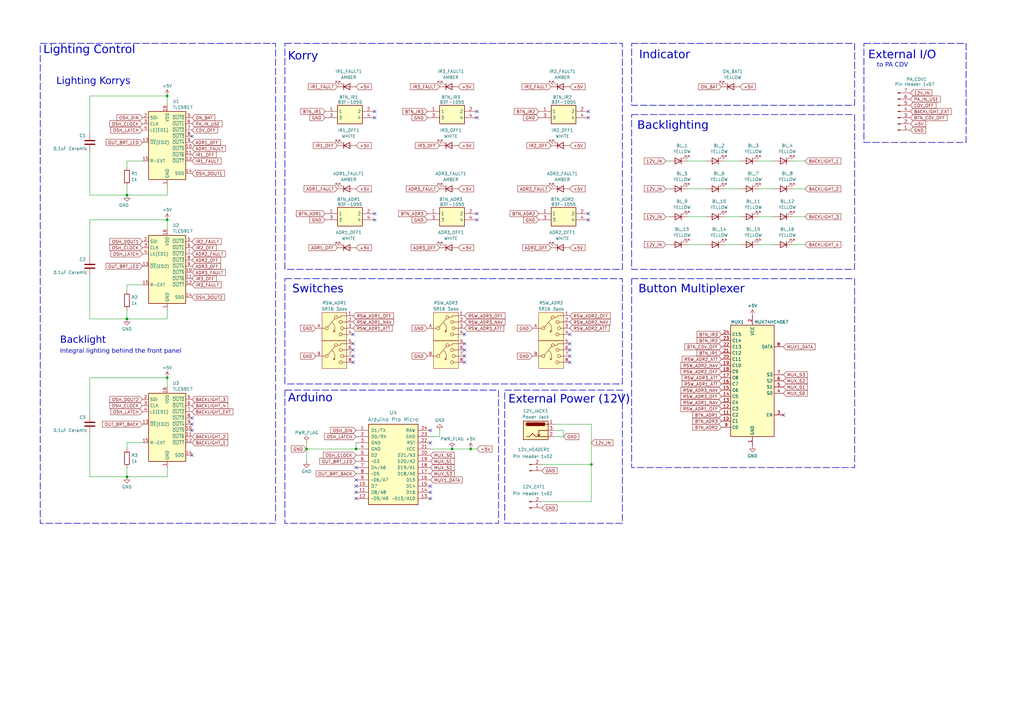
<source format=kicad_sch>
(kicad_sch (version 20231120) (generator "eeschema") (generator_version "8.0")
  (paper "A3")
  (title_block (title "ADIRS Panel") (date "2024-12-08") (rev "V1.1") (company "S.K.") (comment 1 "Connector to PA_CDV Panel (Cockpit door video)"))
  (junction (at 68.58 154.94))
  (junction (at 185.42 184.15))
  (junction (at 146.05 184.15))
  (junction (at 125.73 184.15))
  (junction (at 52.07 130.81))
  (junction (at 68.58 90.17))
  (junction (at 68.58 39.37))
  (junction (at 52.07 195.58))
  (junction (at 242.57 190.5))
  (junction (at 193.04 184.15))
  (junction (at 52.07 80.01))
  (no_connect (at 233.68 140.97))
  (no_connect (at 176.53 181.61))
  (no_connect (at 153.67 48.26))
  (no_connect (at 78.74 171.45))
  (no_connect (at 144.78 146.05))
  (no_connect (at 195.58 90.17))
  (no_connect (at 190.5 140.97))
  (no_connect (at 233.68 143.51))
  (no_connect (at 78.74 176.53))
  (no_connect (at 153.67 45.72))
  (no_connect (at 241.3 90.17))
  (no_connect (at 78.74 186.69))
  (no_connect (at 195.58 87.63))
  (no_connect (at 241.3 87.63))
  (no_connect (at 78.74 173.99))
  (no_connect (at 321.31 170.18))
  (no_connect (at 176.53 176.53))
  (no_connect (at 176.53 201.93))
  (no_connect (at 153.67 90.17))
  (no_connect (at 176.53 204.47))
  (no_connect (at 233.68 137.16))
  (no_connect (at 146.05 196.85))
  (no_connect (at 153.67 87.63))
  (no_connect (at 146.05 191.77))
  (no_connect (at 144.78 137.16))
  (no_connect (at 233.68 146.05))
  (no_connect (at 146.05 201.93))
  (no_connect (at 146.05 199.39))
  (no_connect (at 190.5 146.05))
  (no_connect (at 78.74 55.88))
  (no_connect (at 190.5 137.16))
  (no_connect (at 241.3 48.26))
  (no_connect (at 241.3 45.72))
  (no_connect (at 144.78 148.59))
  (no_connect (at 144.78 143.51))
  (no_connect (at 195.58 45.72))
  (no_connect (at 190.5 148.59))
  (no_connect (at 190.5 143.51))
  (no_connect (at 195.58 48.26))
  (no_connect (at 144.78 140.97))
  (no_connect (at 176.53 199.39))
  (no_connect (at 146.05 204.47))
  (no_connect (at 233.68 148.59))
  (wire (pts (xy 52.07 127) (xy 52.07 130.81)))
  (wire (pts (xy 242.57 173.99) (xy 242.57 190.5)))
  (wire (pts (xy 281.94 77.47) (xy 289.56 77.47)))
  (wire (pts (xy 297.18 66.04) (xy 303.53 66.04)))
  (wire (pts (xy 325.12 100.33) (xy 330.2 100.33)))
  (wire (pts (xy 52.07 80.01) (xy 68.58 80.01)))
  (wire (pts (xy 52.07 116.84) (xy 52.07 119.38)))
  (wire (pts (xy 36.83 80.01) (xy 52.07 80.01)))
  (wire (pts (xy 36.83 113.03) (xy 36.83 130.81)))
  (wire (pts (xy 274.32 100.33) (xy 273.05 100.33)))
  (wire (pts (xy 36.83 154.94) (xy 68.58 154.94)))
  (wire (pts (xy 68.58 90.17) (xy 68.58 93.98)))
  (wire (pts (xy 36.83 195.58) (xy 52.07 195.58)))
  (wire (pts (xy 227.33 173.99) (xy 242.57 173.99)))
  (wire (pts (xy 36.83 130.81) (xy 52.07 130.81)))
  (wire (pts (xy 68.58 80.01) (xy 68.58 76.2)))
  (wire (pts (xy 52.07 76.2) (xy 52.07 80.01)))
  (wire (pts (xy 36.83 39.37) (xy 36.83 54.61)))
  (wire (pts (xy 227.33 179.07) (xy 231.14 179.07)))
  (wire (pts (xy 125.73 184.15) (xy 146.05 184.15)))
  (wire (pts (xy 180.34 179.07) (xy 180.34 176.53)))
  (wire (pts (xy 125.73 181.61) (xy 125.73 184.15)))
  (wire (pts (xy 325.12 66.04) (xy 330.2 66.04)))
  (wire (pts (xy 222.25 190.5) (xy 242.57 190.5)))
  (wire (pts (xy 273.05 66.04) (xy 274.32 66.04)))
  (wire (pts (xy 58.42 66.04) (xy 52.07 66.04)))
  (wire (pts (xy 52.07 191.77) (xy 52.07 195.58)))
  (wire (pts (xy 231.14 176.53) (xy 231.14 179.07)))
  (wire (pts (xy 281.94 66.04) (xy 289.56 66.04)))
  (wire (pts (xy 281.94 100.33) (xy 289.56 100.33)))
  (wire (pts (xy 311.15 77.47) (xy 317.5 77.47)))
  (wire (pts (xy 311.15 66.04) (xy 317.5 66.04)))
  (wire (pts (xy 68.58 130.81) (xy 68.58 127)))
  (wire (pts (xy 58.42 116.84) (xy 52.07 116.84)))
  (wire (pts (xy 176.53 179.07) (xy 180.34 179.07)))
  (wire (pts (xy 297.18 100.33) (xy 303.53 100.33)))
  (wire (pts (xy 36.83 62.23) (xy 36.83 80.01)))
  (wire (pts (xy 125.73 189.23) (xy 125.73 184.15)))
  (wire (pts (xy 274.32 77.47) (xy 273.05 77.47)))
  (wire (pts (xy 325.12 77.47) (xy 330.2 77.47)))
  (wire (pts (xy 52.07 181.61) (xy 52.07 184.15)))
  (wire (pts (xy 297.18 77.47) (xy 303.53 77.47)))
  (wire (pts (xy 176.53 184.15) (xy 185.42 184.15)))
  (wire (pts (xy 68.58 39.37) (xy 68.58 43.18)))
  (wire (pts (xy 311.15 100.33) (xy 317.5 100.33)))
  (wire (pts (xy 227.33 176.53) (xy 231.14 176.53)))
  (wire (pts (xy 242.57 205.74) (xy 242.57 190.5)))
  (wire (pts (xy 52.07 66.04) (xy 52.07 68.58)))
  (wire (pts (xy 36.83 154.94) (xy 36.83 170.18)))
  (wire (pts (xy 297.18 88.9) (xy 303.53 88.9)))
  (wire (pts (xy 36.83 177.8) (xy 36.83 195.58)))
  (wire (pts (xy 185.42 184.15) (xy 193.04 184.15)))
  (wire (pts (xy 193.04 184.15) (xy 195.58 184.15)))
  (wire (pts (xy 36.83 39.37) (xy 68.58 39.37)))
  (wire (pts (xy 311.15 88.9) (xy 317.5 88.9)))
  (wire (pts (xy 52.07 130.81) (xy 68.58 130.81)))
  (wire (pts (xy 68.58 154.94) (xy 68.58 158.75)))
  (wire (pts (xy 36.83 90.17) (xy 36.83 105.41)))
  (wire (pts (xy 222.25 205.74) (xy 242.57 205.74)))
  (wire (pts (xy 146.05 181.61) (xy 146.05 184.15)))
  (wire (pts (xy 325.12 88.9) (xy 330.2 88.9)))
  (wire (pts (xy 68.58 195.58) (xy 68.58 191.77)))
  (wire (pts (xy 36.83 90.17) (xy 68.58 90.17)))
  (wire (pts (xy 274.32 88.9) (xy 273.05 88.9)))
  (wire (pts (xy 281.94 88.9) (xy 289.56 88.9)))
  (wire (pts (xy 58.42 181.61) (xy 52.07 181.61)))
  (wire (pts (xy 52.07 195.58) (xy 68.58 195.58)))
  (rectangle (start 259.08 46.99) (end 350.52 110.49) (stroke (width 0.254) (type dash)))
  (rectangle (start 354.33 17.78) (end 396.24 58.42) (stroke (width 0.254) (type dash)))
  (rectangle (start 207.01 160.02) (end 255.27 214.63) (stroke (width 0.254) (type dash)))
  (rectangle (start 16.51 17.78) (end 113.03 214.63) (stroke (width 0.254) (type dash)))
  (rectangle (start 116.84 114.3) (end 255.27 157.48) (stroke (width 0.254) (type dash)))
  (rectangle (start 259.08 114.3) (end 350.52 191.77) (stroke (width 0.254) (type dash)))
  (rectangle (start 259.08 17.78) (end 350.52 43.18) (stroke (width 0.254) (type dash)))
  (rectangle (start 116.8399 17.78) (end 255.27 110.49) (stroke (width 0.254) (type dash)))
  (rectangle (start 116.84 160.02) (end 204.47 214.63) (stroke (width 0.254) (type dash)))
  (text "Backlighting" (at 261.366 50.546 0) (effects (font (size 3.3782 3.3782)) (justify left top)))
  (text "External I/O" (at 356.108 21.59 0) (effects (font (size 3.3782 3.3782)) (justify left top)))
  (text "Arduino" (at 118.11 162.306 0) (effects (font (size 3.3782 3.3782)) (justify left top)))
  (text "Switches" (at 119.888 117.602 0) (effects (font (size 3.3782 3.3782)) (justify left top)))
  (text "Indicator" (at 262.128 21.59 0) (effects (font (size 3.3782 3.3782)) (justify left top)))
  (text "Korry" (at 118.11 22.098 0) (effects (font (size 3.3782 3.3782)) (justify left top)))
  (text "Button Multiplexer" (at 261.874 117.602 0) (effects (font (size 3.3782 3.3782)) (justify left top)))
  (text "to PA CDV" (at 359.664 26.162 0) (effects (font (size 1.8288 1.8288)) (justify left top)))
  (text "External Power (12V)" (at 208.534 162.814 0) (effects (font (size 3.3782 3.3782)) (justify left top)))
  (text "Lighting Korrys" (at 23.114 32.512 0) (effects (font (size 2.8956 2.8956)) (justify left top)))
  (text "Lighting Control" (at 17.78 19.4818 0) (effects (font (size 3.3782 3.3782)) (justify left top)))
  (text "Integral lighting behind the front panel" (at 24.638 143.5608 0) (effects (font (size 1.8288 1.8288)) (justify left top)))
  (text "Backlight" (at 24.638 138.684 0) (effects (font (size 2.8956 2.8956)) (justify left top)))
  (global_label "BTN_IR3" (shape input) (at 175.26 45.72 180) (property "Intersheetrefs" "${INTERSHEET_REFS}" (effects (hide yes))))
  (global_label "OSH_LATCH" (shape input) (at 146.05 179.07 180) (property "Intersheetrefs" "${INTERSHEET_REFS}" (effects (hide yes))))
  (global_label "+5V" (shape input) (at 146.05 77.47 0) (property "Intersheetrefs" "${INTERSHEET_REFS}" (effects (hide yes))))
  (global_label "ADR2_FAULT" (shape input) (at 226.06 77.47 180) (property "Intersheetrefs" "${INTERSHEET_REFS}" (effects (hide yes))))
  (global_label "PA_IN_USE" (shape input) (at 78.74 50.8 0) (property "Intersheetrefs" "${INTERSHEET_REFS}" (effects (hide yes))))
  (global_label "OSH_DOUT1" (shape input) (at 78.74 71.12 0) (property "Intersheetrefs" "${INTERSHEET_REFS}" (effects (hide yes))))
  (global_label "RSW_ADR1_NAV" (shape input) (at 295.91 165.1 180) (property "Intersheetrefs" "${INTERSHEET_REFS}" (effects (hide yes))))
  (global_label "GND" (shape input) (at 133.35 48.26 180) (property "Intersheetrefs" "${INTERSHEET_REFS}" (effects (hide yes))))
  (global_label "RSW_ADR3_NAV" (shape input) (at 190.5 132.08 0) (property "Intersheetrefs" "${INTERSHEET_REFS}" (effects (hide yes))))
  (global_label "MUX1_DATA" (shape input) (at 321.31 142.24 0) (property "Intersheetrefs" "${INTERSHEET_REFS}" (effects (hide yes))))
  (global_label "GND" (shape input) (at 125.73 184.15 180) (property "Intersheetrefs" "${INTERSHEET_REFS}" (effects (hide yes))))
  (global_label "RSW_ADR2_ATT" (shape input) (at 233.68 134.62 0) (property "Intersheetrefs" "${INTERSHEET_REFS}" (effects (hide yes))))
  (global_label "+5V" (shape input) (at 146.05 101.6 0) (property "Intersheetrefs" "${INTERSHEET_REFS}" (effects (hide yes))))
  (global_label "ADR2_FAULT" (shape input) (at 78.74 104.14 0) (property "Intersheetrefs" "${INTERSHEET_REFS}" (effects (hide yes))))
  (global_label "RSW_ADR2_NAV" (shape input) (at 233.68 132.08 0) (property "Intersheetrefs" "${INTERSHEET_REFS}" (effects (hide yes))))
  (global_label "+5V" (shape input) (at 146.05 59.69 0) (property "Intersheetrefs" "${INTERSHEET_REFS}" (effects (hide yes))))
  (global_label "IR1_OFF" (shape input) (at 78.74 63.5 0) (property "Intersheetrefs" "${INTERSHEET_REFS}" (effects (hide yes))))
  (global_label "OUT_BRT_LED" (shape input) (at 146.05 189.23 180) (property "Intersheetrefs" "${INTERSHEET_REFS}" (effects (hide yes))))
  (global_label "+5V" (shape input) (at 233.68 59.69 0) (property "Intersheetrefs" "${INTERSHEET_REFS}" (effects (hide yes))))
  (global_label "12V_IN" (shape input) (at 373.38 38.1 0) (property "Intersheetrefs" "${INTERSHEET_REFS}" (effects (hide yes))))
  (global_label "IR3_OFF" (shape input) (at 180.34 59.69 180) (property "Intersheetrefs" "${INTERSHEET_REFS}" (effects (hide yes))))
  (global_label "MUX_S3" (shape input) (at 176.53 194.31 0) (property "Intersheetrefs" "${INTERSHEET_REFS}" (effects (hide yes))))
  (global_label "RSW_ADR2_OFF" (shape input) (at 233.68 129.54 0) (property "Intersheetrefs" "${INTERSHEET_REFS}" (effects (hide yes))))
  (global_label "GND" (shape input) (at 175.26 134.62 180) (property "Intersheetrefs" "${INTERSHEET_REFS}" (effects (hide yes))))
  (global_label "OUT_BRT_BACK" (shape input) (at 146.05 194.31 180) (property "Intersheetrefs" "${INTERSHEET_REFS}" (effects (hide yes))))
  (global_label "BACKLIGHT_3" (shape input) (at 330.2 88.9 0) (property "Intersheetrefs" "${INTERSHEET_REFS}" (effects (hide yes))))
  (global_label "+5V" (shape input) (at 187.96 59.69 0) (property "Intersheetrefs" "${INTERSHEET_REFS}" (effects (hide yes))))
  (global_label "GND" (shape input) (at 222.25 193.04 0) (property "Intersheetrefs" "${INTERSHEET_REFS}" (effects (hide yes))))
  (global_label "BACKLIGHT_1" (shape input) (at 330.2 66.04 0) (property "Intersheetrefs" "${INTERSHEET_REFS}" (effects (hide yes))))
  (global_label "+5V" (shape input) (at 373.38 50.8 0) (property "Intersheetrefs" "${INTERSHEET_REFS}" (effects (hide yes))))
  (global_label "ADR3_FAULT" (shape input) (at 78.74 111.76 0) (property "Intersheetrefs" "${INTERSHEET_REFS}" (effects (hide yes))))
  (global_label "GND" (shape input) (at 373.38 53.34 0) (property "Intersheetrefs" "${INTERSHEET_REFS}" (effects (hide yes))))
  (global_label "+5V" (shape input) (at 187.96 77.47 0) (property "Intersheetrefs" "${INTERSHEET_REFS}" (effects (hide yes))))
  (global_label "IR2_OFF" (shape input) (at 78.74 101.6 0) (property "Intersheetrefs" "${INTERSHEET_REFS}" (effects (hide yes))))
  (global_label "RSW_ADR2_OFF" (shape input) (at 295.91 152.4 180) (property "Intersheetrefs" "${INTERSHEET_REFS}" (effects (hide yes))))
  (global_label "GND" (shape input) (at 175.26 146.05 180) (property "Intersheetrefs" "${INTERSHEET_REFS}" (effects (hide yes))))
  (global_label "IR2_FAULT" (shape input) (at 226.06 35.56 180) (property "Intersheetrefs" "${INTERSHEET_REFS}" (effects (hide yes))))
  (global_label "BTN_CDV_OFF" (shape input) (at 373.38 48.26 0) (property "Intersheetrefs" "${INTERSHEET_REFS}" (effects (hide yes))))
  (global_label "+5V" (shape input) (at 146.05 35.56 0) (property "Intersheetrefs" "${INTERSHEET_REFS}" (effects (hide yes))))
  (global_label "BTN_ADR2" (shape input) (at 295.91 175.26 180) (property "Intersheetrefs" "${INTERSHEET_REFS}" (effects (hide yes))))
  (global_label "12V_IN" (shape input) (at 242.57 181.61 0) (property "Intersheetrefs" "${INTERSHEET_REFS}" (effects (hide yes))))
  (global_label "BACKLIGHT_3" (shape input) (at 78.74 163.83 0) (property "Intersheetrefs" "${INTERSHEET_REFS}" (effects (hide yes))))
  (global_label "GND" (shape input) (at 220.98 90.17 180) (property "Intersheetrefs" "${INTERSHEET_REFS}" (effects (hide yes))))
  (global_label "GND" (shape input) (at 175.26 48.26 180) (property "Intersheetrefs" "${INTERSHEET_REFS}" (effects (hide yes))))
  (global_label "12V_IN" (shape input) (at 273.05 66.04 180) (property "Intersheetrefs" "${INTERSHEET_REFS}" (effects (hide yes))))
  (global_label "OSH_LATCH" (shape input) (at 58.42 168.91 180) (property "Intersheetrefs" "${INTERSHEET_REFS}" (effects (hide yes))))
  (global_label "MUX_S2" (shape input) (at 321.31 156.21 0) (property "Intersheetrefs" "${INTERSHEET_REFS}" (effects (hide yes))))
  (global_label "CDV_OFF" (shape input) (at 78.74 53.34 0) (property "Intersheetrefs" "${INTERSHEET_REFS}" (effects (hide yes))))
  (global_label "BTN_ADR3" (shape input) (at 295.91 172.72 180) (property "Intersheetrefs" "${INTERSHEET_REFS}" (effects (hide yes))))
  (global_label "OSH_LATCH" (shape input) (at 58.42 53.34 180) (property "Intersheetrefs" "${INTERSHEET_REFS}" (effects (hide yes))))
  (global_label "BTN_ADR3" (shape input) (at 175.26 87.63 180) (property "Intersheetrefs" "${INTERSHEET_REFS}" (effects (hide yes))))
  (global_label "ON_BAT" (shape input) (at 295.91 35.56 180) (property "Intersheetrefs" "${INTERSHEET_REFS}" (effects (hide yes))))
  (global_label "IR1_FAULT" (shape input) (at 78.74 66.04 0) (property "Intersheetrefs" "${INTERSHEET_REFS}" (effects (hide yes))))
  (global_label "RSW_ADR1_OFF" (shape input) (at 295.91 167.64 180) (property "Intersheetrefs" "${INTERSHEET_REFS}" (effects (hide yes))))
  (global_label "BTN_ADR1" (shape input) (at 295.91 170.18 180) (property "Intersheetrefs" "${INTERSHEET_REFS}" (effects (hide yes))))
  (global_label "IR3_OFF" (shape input) (at 78.74 114.3 0) (property "Intersheetrefs" "${INTERSHEET_REFS}" (effects (hide yes))))
  (global_label "PA_IN_USE" (shape input) (at 373.38 40.64 0) (property "Intersheetrefs" "${INTERSHEET_REFS}" (effects (hide yes))))
  (global_label "ON_BAT" (shape input) (at 78.74 48.26 0) (property "Intersheetrefs" "${INTERSHEET_REFS}" (effects (hide yes))))
  (global_label "12V_IN" (shape input) (at 273.05 88.9 180) (property "Intersheetrefs" "${INTERSHEET_REFS}" (effects (hide yes))))
  (global_label "GND" (shape input) (at 222.25 208.28 0) (property "Intersheetrefs" "${INTERSHEET_REFS}" (effects (hide yes))))
  (global_label "GND" (shape input) (at 218.44 134.62 180) (property "Intersheetrefs" "${INTERSHEET_REFS}" (effects (hide yes))))
  (global_label "OSH_DOUT2" (shape input) (at 58.42 163.83 180) (property "Intersheetrefs" "${INTERSHEET_REFS}" (effects (hide yes))))
  (global_label "+5V" (shape input) (at 233.68 35.56 0) (property "Intersheetrefs" "${INTERSHEET_REFS}" (effects (hide yes))))
  (global_label "+5V" (shape input) (at 195.58 184.15 0) (property "Intersheetrefs" "${INTERSHEET_REFS}" (effects (hide yes))))
  (global_label "ADR3_OFF" (shape input) (at 78.74 109.22 0) (property "Intersheetrefs" "${INTERSHEET_REFS}" (effects (hide yes))))
  (global_label "BACKLIGHT_EXT" (shape input) (at 78.74 168.91 0) (property "Intersheetrefs" "${INTERSHEET_REFS}" (effects (hide yes))))
  (global_label "OUT_BRT_BACK" (shape input) (at 58.42 173.99 180) (property "Intersheetrefs" "${INTERSHEET_REFS}" (effects (hide yes))))
  (global_label "OSH_CLOCK" (shape input) (at 58.42 101.6 180) (property "Intersheetrefs" "${INTERSHEET_REFS}" (effects (hide yes))))
  (global_label "BACKLIGHT_4" (shape input) (at 78.74 166.37 0) (property "Intersheetrefs" "${INTERSHEET_REFS}" (effects (hide yes))))
  (global_label "ADR2_OFF" (shape input) (at 226.06 101.6 180) (property "Intersheetrefs" "${INTERSHEET_REFS}" (effects (hide yes))))
  (global_label "MUX_S3" (shape input) (at 321.31 153.67 0) (property "Intersheetrefs" "${INTERSHEET_REFS}" (effects (hide yes))))
  (global_label "12V_IN" (shape input) (at 273.05 77.47 180) (property "Intersheetrefs" "${INTERSHEET_REFS}" (effects (hide yes))))
  (global_label "ADR1_OFF" (shape input) (at 78.74 58.42 0) (property "Intersheetrefs" "${INTERSHEET_REFS}" (effects (hide yes))))
  (global_label "BTN_IR2" (shape input) (at 295.91 139.7 180) (property "Intersheetrefs" "${INTERSHEET_REFS}" (effects (hide yes))))
  (global_label "MUX_S2" (shape input) (at 176.53 191.77 0) (property "Intersheetrefs" "${INTERSHEET_REFS}" (effects (hide yes))))
  (global_label "IR2_OFF" (shape input) (at 226.06 59.69 180) (property "Intersheetrefs" "${INTERSHEET_REFS}" (effects (hide yes))))
  (global_label "GND" (shape input) (at 220.98 48.26 180) (property "Intersheetrefs" "${INTERSHEET_REFS}" (effects (hide yes))))
  (global_label "ADR1_FAULT" (shape input) (at 78.74 60.96 0) (property "Intersheetrefs" "${INTERSHEET_REFS}" (effects (hide yes))))
  (global_label "RSW_ADR1_ATT" (shape input) (at 144.78 134.62 0) (property "Intersheetrefs" "${INTERSHEET_REFS}" (effects (hide yes))))
  (global_label "RSW_ADR3_OFF" (shape input) (at 295.91 162.56 180) (property "Intersheetrefs" "${INTERSHEET_REFS}" (effects (hide yes))))
  (global_label "GND" (shape input) (at 133.35 90.17 180) (property "Intersheetrefs" "${INTERSHEET_REFS}" (effects (hide yes))))
  (global_label "OSH_DIN" (shape input) (at 58.42 48.26 180) (property "Intersheetrefs" "${INTERSHEET_REFS}" (effects (hide yes))))
  (global_label "12V_IN" (shape input) (at 273.05 100.33 180) (property "Intersheetrefs" "${INTERSHEET_REFS}" (effects (hide yes))))
  (global_label "IR1_OFF" (shape input) (at 138.43 59.69 180) (property "Intersheetrefs" "${INTERSHEET_REFS}" (effects (hide yes))))
  (global_label "OSH_CLOCK" (shape input) (at 146.05 186.69 180) (property "Intersheetrefs" "${INTERSHEET_REFS}" (effects (hide yes))))
  (global_label "BACKLIGHT_2" (shape input) (at 78.74 179.07 0) (property "Intersheetrefs" "${INTERSHEET_REFS}" (effects (hide yes))))
  (global_label "ADR2_OFF" (shape input) (at 78.74 106.68 0) (property "Intersheetrefs" "${INTERSHEET_REFS}" (effects (hide yes))))
  (global_label "RSW_ADR3_NAV" (shape input) (at 295.91 160.02 180) (property "Intersheetrefs" "${INTERSHEET_REFS}" (effects (hide yes))))
  (global_label "GND" (shape input) (at 218.44 146.05 180) (property "Intersheetrefs" "${INTERSHEET_REFS}" (effects (hide yes))))
  (global_label "IR1_FAULT" (shape input) (at 138.43 35.56 180) (property "Intersheetrefs" "${INTERSHEET_REFS}" (effects (hide yes))))
  (global_label "MUX_S0" (shape input) (at 321.31 161.29 0) (property "Intersheetrefs" "${INTERSHEET_REFS}" (effects (hide yes))))
  (global_label "GND" (shape input) (at 129.54 146.05 180) (property "Intersheetrefs" "${INTERSHEET_REFS}" (effects (hide yes))))
  (global_label "ADR1_OFF" (shape input) (at 138.43 101.6 180) (property "Intersheetrefs" "${INTERSHEET_REFS}" (effects (hide yes))))
  (global_label "CDV_OFF" (shape input) (at 373.38 43.18 0) (property "Intersheetrefs" "${INTERSHEET_REFS}" (effects (hide yes))))
  (global_label "OSH_DOUT1" (shape input) (at 58.42 99.06 180) (property "Intersheetrefs" "${INTERSHEET_REFS}" (effects (hide yes))))
  (global_label "RSW_ADR3_OFF" (shape input) (at 190.5 129.54 0) (property "Intersheetrefs" "${INTERSHEET_REFS}" (effects (hide yes))))
  (global_label "BACKLIGHT_EXT" (shape input) (at 373.38 45.72 0) (property "Intersheetrefs" "${INTERSHEET_REFS}" (effects (hide yes))))
  (global_label "IR3_FAULT" (shape input) (at 180.34 35.56 180) (property "Intersheetrefs" "${INTERSHEET_REFS}" (effects (hide yes))))
  (global_label "BTN_IR1" (shape input) (at 295.91 144.78 180) (property "Intersheetrefs" "${INTERSHEET_REFS}" (effects (hide yes))))
  (global_label "MUX_S1" (shape input) (at 321.31 158.75 0) (property "Intersheetrefs" "${INTERSHEET_REFS}" (effects (hide yes))))
  (global_label "OSH_DOUT2" (shape input) (at 78.74 121.92 0) (property "Intersheetrefs" "${INTERSHEET_REFS}" (effects (hide yes))))
  (global_label "RSW_ADR3_ATT" (shape input) (at 295.91 154.94 180) (property "Intersheetrefs" "${INTERSHEET_REFS}" (effects (hide yes))))
  (global_label "ADR3_OFF" (shape input) (at 180.34 101.6 180) (property "Intersheetrefs" "${INTERSHEET_REFS}" (effects (hide yes))))
  (global_label "BTN_CDV_OFF" (shape input) (at 295.91 142.24 180) (property "Intersheetrefs" "${INTERSHEET_REFS}" (effects (hide yes))))
  (global_label "BTN_IR2" (shape input) (at 220.98 45.72 180) (property "Intersheetrefs" "${INTERSHEET_REFS}" (effects (hide yes))))
  (global_label "OSH_CLOCK" (shape input) (at 58.42 166.37 180) (property "Intersheetrefs" "${INTERSHEET_REFS}" (effects (hide yes))))
  (global_label "RSW_ADR1_ATT" (shape input) (at 295.91 157.48 180) (property "Intersheetrefs" "${INTERSHEET_REFS}" (effects (hide yes))))
  (global_label "BTN_IR3" (shape input) (at 295.91 137.16 180) (property "Intersheetrefs" "${INTERSHEET_REFS}" (effects (hide yes))))
  (global_label "IR2_FAULT" (shape input) (at 78.74 99.06 0) (property "Intersheetrefs" "${INTERSHEET_REFS}" (effects (hide yes))))
  (global_label "RSW_ADR1_NAV" (shape input) (at 144.78 132.08 0) (property "Intersheetrefs" "${INTERSHEET_REFS}" (effects (hide yes))))
  (global_label "+5V" (shape input) (at 233.68 101.6 0) (property "Intersheetrefs" "${INTERSHEET_REFS}" (effects (hide yes))))
  (global_label "OUT_BRT_LED" (shape input) (at 58.42 58.42 180) (property "Intersheetrefs" "${INTERSHEET_REFS}" (effects (hide yes))))
  (global_label "+5V" (shape input) (at 303.53 35.56 0) (property "Intersheetrefs" "${INTERSHEET_REFS}" (effects (hide yes))))
  (global_label "RSW_ADR1_OFF" (shape input) (at 144.78 129.54 0) (property "Intersheetrefs" "${INTERSHEET_REFS}" (effects (hide yes))))
  (global_label "GND" (shape input) (at 231.14 179.07 0) (property "Intersheetrefs" "${INTERSHEET_REFS}" (effects (hide yes))))
  (global_label "OUT_BRT_LED" (shape input) (at 58.42 109.22 180) (property "Intersheetrefs" "${INTERSHEET_REFS}" (effects (hide yes))))
  (global_label "MUX_S0" (shape input) (at 176.53 186.69 0) (property "Intersheetrefs" "${INTERSHEET_REFS}" (effects (hide yes))))
  (global_label "ADR1_FAULT" (shape input) (at 138.43 77.47 180) (property "Intersheetrefs" "${INTERSHEET_REFS}" (effects (hide yes))))
  (global_label "BTN_ADR2" (shape input) (at 220.98 87.63 180) (property "Intersheetrefs" "${INTERSHEET_REFS}" (effects (hide yes))))
  (global_label "OSH_CLOCK" (shape input) (at 58.42 50.8 180) (property "Intersheetrefs" "${INTERSHEET_REFS}" (effects (hide yes))))
  (global_label "RSW_ADR2_NAV" (shape input) (at 295.91 149.86 180) (property "Intersheetrefs" "${INTERSHEET_REFS}" (effects (hide yes))))
  (global_label "RSW_ADR2_ATT" (shape input) (at 295.91 147.32 180) (property "Intersheetrefs" "${INTERSHEET_REFS}" (effects (hide yes))))
  (global_label "ADR3_FAULT" (shape input) (at 180.34 77.47 180) (property "Intersheetrefs" "${INTERSHEET_REFS}" (effects (hide yes))))
  (global_label "BTN_ADR1" (shape input) (at 133.35 87.63 180) (property "Intersheetrefs" "${INTERSHEET_REFS}" (effects (hide yes))))
  (global_label "MUX1_DATA" (shape input) (at 176.53 196.85 0) (property "Intersheetrefs" "${INTERSHEET_REFS}" (effects (hide yes))))
  (global_label "RSW_ADR3_ATT" (shape input) (at 190.5 134.62 0) (property "Intersheetrefs" "${INTERSHEET_REFS}" (effects (hide yes))))
  (global_label "+5V" (shape input) (at 187.96 35.56 0) (property "Intersheetrefs" "${INTERSHEET_REFS}" (effects (hide yes))))
  (global_label "IR3_FAULT" (shape input) (at 78.74 116.84 0) (property "Intersheetrefs" "${INTERSHEET_REFS}" (effects (hide yes))))
  (global_label "BACKLIGHT_1" (shape input) (at 78.74 181.61 0) (property "Intersheetrefs" "${INTERSHEET_REFS}" (effects (hide yes))))
  (global_label "BACKLIGHT_4" (shape input) (at 330.2 100.33 0) (property "Intersheetrefs" "${INTERSHEET_REFS}" (effects (hide yes))))
  (global_label "OSH_LATCH" (shape input) (at 58.42 104.14 180) (property "Intersheetrefs" "${INTERSHEET_REFS}" (effects (hide yes))))
  (global_label "+5V" (shape input) (at 187.96 101.6 0) (property "Intersheetrefs" "${INTERSHEET_REFS}" (effects (hide yes))))
  (global_label "GND" (shape input) (at 175.26 90.17 180) (property "Intersheetrefs" "${INTERSHEET_REFS}" (effects (hide yes))))
  (global_label "OSH_DIN" (shape input) (at 146.05 176.53 180) (property "Intersheetrefs" "${INTERSHEET_REFS}" (effects (hide yes))))
  (global_label "BACKLIGHT_2" (shape input) (at 330.2 77.47 0) (property "Intersheetrefs" "${INTERSHEET_REFS}" (effects (hide yes))))
  (global_label "BTN_IR1" (shape input) (at 133.35 45.72 180) (property "Intersheetrefs" "${INTERSHEET_REFS}" (effects (hide yes))))
  (global_label "MUX_S1" (shape input) (at 176.53 189.23 0) (property "Intersheetrefs" "${INTERSHEET_REFS}" (effects (hide yes))))
  (global_label "+5V" (shape input) (at 233.68 77.47 0) (property "Intersheetrefs" "${INTERSHEET_REFS}" (effects (hide yes))))
  (global_label "GND" (shape input) (at 129.54 134.62 180) (property "Intersheetrefs" "${INTERSHEET_REFS}" (effects (hide yes))))
  (symbol (lib_id "power:+5V") (at 68.58 90.17 0) (unit 1)
    (property "Reference" "#PWR07" (effects (hide yes)))
    (property "Value" "+5V" (at 68.58 86.0369 0))
    (property "Description" "Power symbol creates a global label with name \"+5V\"" (effects (hide yes)))
  )
  (symbol (lib_id "Connector:Barrel_Jack_Switch") (at 219.71 176.53 0) (unit 1)
    (property "Reference" "12V_JACK1" (at 219.71 168.5755 0))
    (property "Value" "Power Jack" (at 219.71 170.9998 0))
    (property "Footprint" "Connector_BarrelJack:BarrelJack_Horizontal" (effects (hide yes)))
    (property "Description" "DC Barrel Jack with an internal switch" (effects (hide yes)))
  )
  (symbol (lib_id "Device:LED") (at 293.37 66.04 180) (unit 1)
    (property "Reference" "BL_2" (at 294.9575 59.7365 0))
    (property "Value" "YELLOW" (at 294.9575 62.1608 0))
    (property "Footprint" "LED_THT:LED_D3.0mm" (effects (hide yes)))
    (property "Description" "Light emitting diode" (effects (hide yes)))
  )
  (symbol (lib_id "Connector:Conn_01x02_Pin") (at 217.17 193.04 0) (mirror x) (unit 1)
    (property "Reference" "12V_HEADER1" (at 218.948 184.404 0))
    (property "Value" "Pin Header 1x02" (at 218.44 187.198 0))
    (property "Footprint" "Connector_JST:JST_EH_B2B-EH-A_1x02_P2.50mm_Vertical" (effects (hide yes)))
    (property "Description" "Generic connector, single row, 01x02, script generated" (effects (hide yes)))
  )
  (symbol (lib_id "Device:R") (at 52.07 123.19 0) (unit 1)
    (property "Reference" "R2" (at 53.848 121.9778 0) (effects (justify left)))
    (property "Value" "1k" (at 53.848 124.4021 0) (effects (justify left)))
    (property "Footprint" "Resistor_THT:R_Axial_DIN0204_L3.6mm_D1.6mm_P7.62mm_Horizontal" (effects (hide yes)))
    (property "Description" "Resistor" (effects (hide yes)))
  )
  (symbol (lib_id "Arduino:Sparkfun_Pro_Micro") (at 161.29 191.77 0) (unit 1)
    (property "Reference" "U4" (at 161.29 169.2326 0) (effects (font (size 1.524 1.524))))
    (property "Value" "Arduino Pro Micro" (at 161.29 172.0655 0) (effects (font (size 1.524 1.524))))
    (property "Footprint" "Arduino:Sparkfun_Pro_Micro" (effects (hide yes)))
    (property "Datasheet" "https://www.sparkfun.com/products/12640" (effects (hide yes)))
    (property "Description" "Sparkfun Pro Micro" (effects (hide yes)))
  )
  (symbol (lib_id "Device:LED") (at 321.31 77.47 180) (unit 1)
    (property "Reference" "BL_8" (at 322.8975 71.1665 0))
    (property "Value" "YELLOW" (at 322.8975 73.5908 0))
    (property "Footprint" "LED_THT:LED_D3.0mm" (effects (hide yes)))
    (property "Description" "Light emitting diode" (effects (hide yes)))
  )
  (symbol (lib_id "power:GND") (at 125.73 189.23 0) (mirror y) (unit 1)
    (property "Reference" "#PWR041" (effects (hide yes)))
    (property "Value" "GND" (at 125.73 193.3631 0))
    (property "Description" "Power symbol creates a global label with name \"GND\" , ground" (effects (hide yes)))
  )
  (symbol (lib_id "Device:LED") (at 184.15 101.6 0) (mirror x) (unit 1)
    (property "Reference" "ADR3_OFF1" (at 184.912 95.3657 0))
    (property "Value" "WHITE" (at 184.912 97.79 0))
    (property "Footprint" "LED_THT:LED_D3.0mm" (effects (hide yes)))
    (property "Description" "Light emitting diode" (effects (hide yes)))
  )
  (symbol (lib_id "Device:LED") (at 229.87 35.56 0) (mirror x) (unit 1)
    (property "Reference" "IR2_FAULT1" (at 230.632 29.3257 0))
    (property "Value" "AMBER" (at 230.632 31.75 0))
    (property "Footprint" "LED_THT:LED_D3.0mm" (effects (hide yes)))
    (property "Description" "Light emitting diode" (effects (hide yes)))
  )
  (symbol (lib_id "power:+5V") (at 68.58 39.37 0) (unit 1)
    (property "Reference" "#PWR06" (effects (hide yes)))
    (property "Value" "+5V" (at 68.58 35.2369 0))
    (property "Description" "Power symbol creates a global label with name \"+5V\"" (effects (hide yes)))
  )
  (symbol (lib_id "MyLibrary:MUX74HC4067") (at 308.61 154.94 0) (unit 1)
    (property "Reference" "MUX1" (at 299.72 132.08 0) (effects (justify left)))
    (property "Value" "MUX74HC4067" (at 309.372 132.08 0) (effects (justify left)))
    (property "Footprint" "My:MUX74HC4067" (effects (hide yes)))
  )
  (symbol (lib_id "Driver_LED:TLC5917") (at 68.58 173.99 0) (unit 1)
    (property "Reference" "U3" (at 70.7741 157.1455 0) (effects (justify left)))
    (property "Value" "TLC5917" (at 70.7741 159.5698 0) (effects (justify left)))
    (property "Footprint" "Package_DIP:DIP-16_W7.62mm" (effects (hide yes)))
    (property "Datasheet" "https://www.ti.com/lit/ds/symlink/tlc5917.pdf" (effects (hide yes)))
    (property "Description" "8-Channel Constant-Current LED Sink Driver, Short to VLED detection" (effects (hide yes)))
  )
  (symbol (lib_id "Device:LED") (at 229.87 101.6 0) (mirror x) (unit 1)
    (property "Reference" "ADR2_OFF1" (at 230.632 95.3657 0))
    (property "Value" "WHITE" (at 230.632 97.79 0))
    (property "Footprint" "LED_THT:LED_D3.0mm" (effects (hide yes)))
    (property "Description" "Light emitting diode" (effects (hide yes)))
  )
  (symbol (lib_id "Device:LED") (at 184.15 35.56 0) (mirror x) (unit 1)
    (property "Reference" "IR3_FAULT1" (at 184.912 29.3257 0))
    (property "Value" "AMBER" (at 184.912 31.75 0))
    (property "Footprint" "LED_THT:LED_D3.0mm" (effects (hide yes)))
    (property "Description" "Light emitting diode" (effects (hide yes)))
  )
  (symbol (lib_id "power:GND") (at 52.07 80.01 0) (unit 1)
    (property "Reference" "#PWR03" (effects (hide yes)))
    (property "Value" "GND" (at 50.8 84.1431 0))
    (property "Description" "Power symbol creates a global label with name \"GND\" , ground" (effects (hide yes)))
  )
  (symbol (lib_id "Device:LED") (at 307.34 77.47 180) (unit 1)
    (property "Reference" "BL_7" (at 308.9275 71.1665 0))
    (property "Value" "YELLOW" (at 308.9275 73.5908 0))
    (property "Footprint" "LED_THT:LED_D3.0mm" (effects (hide yes)))
    (property "Description" "Light emitting diode" (effects (hide yes)))
  )
  (symbol (lib_id "Device:LED") (at 278.13 100.33 180) (unit 1)
    (property "Reference" "BL_13" (at 279.7175 94.0265 0))
    (property "Value" "YELLOW" (at 279.7175 96.4508 0))
    (property "Footprint" "LED_THT:LED_D3.0mm" (effects (hide yes)))
    (property "Description" "Light emitting diode" (effects (hide yes)))
  )
  (symbol (lib_id "Device:LED") (at 307.34 66.04 180) (unit 1)
    (property "Reference" "BL_3" (at 308.9275 59.7365 0))
    (property "Value" "YELLOW" (at 308.9275 62.1608 0))
    (property "Footprint" "LED_THT:LED_D3.0mm" (effects (hide yes)))
    (property "Description" "Light emitting diode" (effects (hide yes)))
  )
  (symbol (lib_id "SamacSys_Parts:B3F-1055") (at 153.67 90.17 180) (unit 1)
    (property "Reference" "BTN_ADR1" (at 143.002 81.788 0))
    (property "Value" "B3F-1055" (at 143.51 83.82 0))
    (property "Footprint" "SamacSys_Parts:B3F1000" (effects (hide yes)))
    (property "Datasheet" "https://omronfs.omron.com/en_US/ecb/products/pdf/en-b3f.pdf" (effects (hide yes)))
    (property "Description" "OMRON ELECTRONIC COMPONENTS - B3F-1055 - SWITCH, TACTILE, SPST-NO, 50mA, THOUGH HOLE" (effects (hide yes)))
    (property "Mouser Part Number" "653-B3F-1055" (effects (hide yes)))
    (property "Mouser Price/Stock" "https://www.mouser.co.uk/ProductDetail/Omron-Electronics/B3F-1055?qs=1tDaWCEHQQ77i2BzV2Yqkw%3D%3D" (effects (hide yes)))
    (property "Manufacturer_Name" "Omron Electronics" (effects (hide yes)))
    (property "Manufacturer_Part_Number" "B3F-1055" (effects (hide yes)))
  )
  (symbol (lib_id "SamacSys_Parts:B3F-1055") (at 241.3 90.17 180) (unit 1)
    (property "Reference" "BTN_ADR2" (at 230.632 81.788 0))
    (property "Value" "B3F-1055" (at 231.14 83.82 0))
    (property "Footprint" "SamacSys_Parts:B3F1000" (effects (hide yes)))
    (property "Datasheet" "https://omronfs.omron.com/en_US/ecb/products/pdf/en-b3f.pdf" (effects (hide yes)))
    (property "Description" "OMRON ELECTRONIC COMPONENTS - B3F-1055 - SWITCH, TACTILE, SPST-NO, 50mA, THOUGH HOLE" (effects (hide yes)))
    (property "Mouser Part Number" "653-B3F-1055" (effects (hide yes)))
    (property "Mouser Price/Stock" "https://www.mouser.co.uk/ProductDetail/Omron-Electronics/B3F-1055?qs=1tDaWCEHQQ77i2BzV2Yqkw%3D%3D" (effects (hide yes)))
    (property "Manufacturer_Name" "Omron Electronics" (effects (hide yes)))
    (property "Manufacturer_Part_Number" "B3F-1055" (effects (hide yes)))
  )
  (symbol (lib_id "Device:C") (at 36.83 58.42 0) (unit 1)
    (property "Reference" "C1" (at 32.512 55.626 0) (effects (justify left)))
    (property "Value" "0.1uF Ceramic" (at 21.844 60.96 0) (effects (justify left)))
    (property "Footprint" "Capacitor_THT:C_Disc_D3.0mm_W1.6mm_P2.50mm" (effects (hide yes)))
    (property "Description" "Unpolarized capacitor" (effects (hide yes)))
  )
  (symbol (lib_id "Device:R") (at 52.07 187.96 0) (unit 1)
    (property "Reference" "R3" (at 53.848 186.7478 0) (effects (justify left)))
    (property "Value" "1k" (at 53.848 189.1721 0) (effects (justify left)))
    (property "Footprint" "Resistor_THT:R_Axial_DIN0204_L3.6mm_D1.6mm_P7.62mm_Horizontal" (effects (hide yes)))
    (property "Description" "Resistor" (effects (hide yes)))
  )
  (symbol (lib_id "Device:LED") (at 142.24 59.69 0) (mirror x) (unit 1)
    (property "Reference" "IR1_OFF1" (at 143.002 53.4557 0))
    (property "Value" "WHITE" (at 143.002 55.88 0))
    (property "Footprint" "LED_THT:LED_D3.0mm" (effects (hide yes)))
    (property "Description" "Light emitting diode" (effects (hide yes)))
  )
  (symbol (lib_id "Connector:Conn_01x07_Pin") (at 368.3 45.72 0) (mirror x) (unit 1)
    (property "Reference" "PA_CDV1" (at 375.92 32.512 0))
    (property "Value" "Pin Header 1x07" (at 375.158 34.544 0))
    (property "Footprint" "Connector_JST:JST_EH_B7B-EH-A_1x07_P2.50mm_Vertical" (effects (hide yes)))
    (property "Description" "Generic connector, single row, 01x07, script generated" (effects (hide yes)))
  )
  (symbol (lib_id "SamacSys_Parts:B3F-1055") (at 153.67 48.26 180) (unit 1)
    (property "Reference" "BTN_IR1" (at 143.002 39.878 0))
    (property "Value" "B3F-1055" (at 143.51 41.91 0))
    (property "Footprint" "SamacSys_Parts:B3F1000" (effects (hide yes)))
    (property "Datasheet" "https://omronfs.omron.com/en_US/ecb/products/pdf/en-b3f.pdf" (effects (hide yes)))
    (property "Description" "OMRON ELECTRONIC COMPONENTS - B3F-1055 - SWITCH, TACTILE, SPST-NO, 50mA, THOUGH HOLE" (effects (hide yes)))
    (property "Mouser Part Number" "653-B3F-1055" (effects (hide yes)))
    (property "Mouser Price/Stock" "https://www.mouser.co.uk/ProductDetail/Omron-Electronics/B3F-1055?qs=1tDaWCEHQQ77i2BzV2Yqkw%3D%3D" (effects (hide yes)))
    (property "Manufacturer_Name" "Omron Electronics" (effects (hide yes)))
    (property "Manufacturer_Part_Number" "B3F-1055" (effects (hide yes)))
  )
  (symbol (lib_id "Device:LED") (at 293.37 100.33 180) (unit 1)
    (property "Reference" "BL_14" (at 294.9575 94.0265 0))
    (property "Value" "YELLOW" (at 294.9575 96.4508 0))
    (property "Footprint" "LED_THT:LED_D3.0mm" (effects (hide yes)))
    (property "Description" "Light emitting diode" (effects (hide yes)))
  )
  (symbol (lib_id "power:GND") (at 52.07 130.81 0) (unit 1)
    (property "Reference" "#PWR04" (effects (hide yes)))
    (property "Value" "GND" (at 52.07 134.9431 0))
    (property "Description" "Power symbol creates a global label with name \"GND\" , ground" (effects (hide yes)))
  )
  (symbol (lib_id "power:GND") (at 308.61 182.88 0) (unit 1)
    (property "Reference" "#PWR050" (effects (hide yes)))
    (property "Value" "GND" (at 308.61 187.0131 0))
    (property "Description" "Power symbol creates a global label with name \"GND\" , ground" (effects (hide yes)))
  )
  (symbol (lib_id "MyLibrary:SR16 (2x3,2x4)") (at 137.16 139.7 0) (unit 1)
    (property "Reference" "RSW_ADR1" (at 137.16 124.2525 0))
    (property "Value" "SR16 3pos" (at 137.16 126.6768 0))
    (property "Footprint" "My:SR16-AB" (effects (hide yes)))
  )
  (symbol (lib_id "power:GND") (at 180.34 176.53 0) (mirror x) (unit 1)
    (property "Reference" "#PWR047" (effects (hide yes)))
    (property "Value" "GND" (at 180.34 172.3969 0))
    (property "Description" "Power symbol creates a global label with name \"GND\" , ground" (effects (hide yes)))
  )
  (symbol (lib_id "power:+5V") (at 308.61 129.54 0) (unit 1)
    (property "Reference" "#PWR046" (effects (hide yes)))
    (property "Value" "+5V" (at 308.61 125.4069 0))
    (property "Description" "Power symbol creates a global label with name \"+5V\"" (effects (hide yes)))
  )
  (symbol (lib_id "Driver_LED:TLC5917") (at 68.58 109.22 0) (unit 1)
    (property "Reference" "U2" (at 70.7741 92.3755 0) (effects (justify left)))
    (property "Value" "TLC5917" (at 70.7741 94.7998 0) (effects (justify left)))
    (property "Footprint" "Package_DIP:DIP-16_W7.62mm" (effects (hide yes)))
    (property "Datasheet" "https://www.ti.com/lit/ds/symlink/tlc5917.pdf" (effects (hide yes)))
    (property "Description" "8-Channel Constant-Current LED Sink Driver, Short to VLED detection" (effects (hide yes)))
  )
  (symbol (lib_id "Connector:Conn_01x02_Pin") (at 217.17 208.28 0) (mirror x) (unit 1)
    (property "Reference" "12V_EXT1" (at 218.948 199.644 0))
    (property "Value" "Pin Header 1x02" (at 218.44 202.438 0))
    (property "Footprint" "Connector_JST:JST_EH_B2B-EH-A_1x02_P2.50mm_Vertical" (effects (hide yes)))
    (property "Description" "Generic connector, single row, 01x02, script generated" (effects (hide yes)))
  )
  (symbol (lib_id "power:GND") (at 52.07 195.58 0) (unit 1)
    (property "Reference" "#PWR05" (effects (hide yes)))
    (property "Value" "GND" (at 52.07 199.7131 0))
    (property "Description" "Power symbol creates a global label with name \"GND\" , ground" (effects (hide yes)))
  )
  (symbol (lib_id "power:PWR_FLAG") (at 185.42 184.15 0) (unit 1)
    (property "Reference" "#FLG02" (effects (hide yes)))
    (property "Value" "PWR_FLAG" (at 185.42 180.0169 0))
    (property "Description" "Special symbol for telling ERC where power comes from" (effects (hide yes)))
  )
  (symbol (lib_id "SamacSys_Parts:B3F-1055") (at 241.3 48.26 180) (unit 1)
    (property "Reference" "BTN_IR2" (at 230.632 39.878 0))
    (property "Value" "B3F-1055" (at 231.14 41.91 0))
    (property "Footprint" "SamacSys_Parts:B3F1000" (effects (hide yes)))
    (property "Datasheet" "https://omronfs.omron.com/en_US/ecb/products/pdf/en-b3f.pdf" (effects (hide yes)))
    (property "Description" "OMRON ELECTRONIC COMPONENTS - B3F-1055 - SWITCH, TACTILE, SPST-NO, 50mA, THOUGH HOLE" (effects (hide yes)))
    (property "Mouser Part Number" "653-B3F-1055" (effects (hide yes)))
    (property "Mouser Price/Stock" "https://www.mouser.co.uk/ProductDetail/Omron-Electronics/B3F-1055?qs=1tDaWCEHQQ77i2BzV2Yqkw%3D%3D" (effects (hide yes)))
    (property "Manufacturer_Name" "Omron Electronics" (effects (hide yes)))
    (property "Manufacturer_Part_Number" "B3F-1055" (effects (hide yes)))
  )
  (symbol (lib_id "Device:LED") (at 142.24 77.47 0) (mirror x) (unit 1)
    (property "Reference" "ADR1_FAULT1" (at 143.002 71.2357 0))
    (property "Value" "AMBER" (at 143.002 73.66 0))
    (property "Footprint" "LED_THT:LED_D3.0mm" (effects (hide yes)))
    (property "Description" "Light emitting diode" (effects (hide yes)))
  )
  (symbol (lib_id "Device:LED") (at 299.72 35.56 0) (mirror x) (unit 1)
    (property "Reference" "ON_BAT1" (at 300.482 29.3257 0))
    (property "Value" "YELLOW" (at 300.482 31.75 0))
    (property "Footprint" "LED_THT:LED_D3.0mm" (effects (hide yes)))
    (property "Description" "Light emitting diode" (effects (hide yes)))
  )
  (symbol (lib_id "power:+5V") (at 193.04 184.15 0) (unit 1)
    (property "Reference" "#PWR048" (effects (hide yes)))
    (property "Value" "+5V" (at 193.04 180.0169 0))
    (property "Description" "Power symbol creates a global label with name \"+5V\"" (effects (hide yes)))
  )
  (symbol (lib_id "power:PWR_FLAG") (at 125.73 181.61 0) (unit 1)
    (property "Reference" "#FLG01" (effects (hide yes)))
    (property "Value" "PWR_FLAG" (at 125.73 177.4769 0))
    (property "Description" "Special symbol for telling ERC where power comes from" (effects (hide yes)))
  )
  (symbol (lib_id "Device:LED") (at 278.13 66.04 180) (unit 1)
    (property "Reference" "BL_1" (at 279.7175 59.7365 0))
    (property "Value" "YELLOW" (at 279.7175 62.1608 0))
    (property "Footprint" "LED_THT:LED_D3.0mm" (effects (hide yes)))
    (property "Description" "Light emitting diode" (effects (hide yes)))
  )
  (symbol (lib_id "Device:LED") (at 321.31 88.9 180) (unit 1)
    (property "Reference" "BL_12" (at 322.8975 82.5965 0))
    (property "Value" "YELLOW" (at 322.8975 85.0208 0))
    (property "Footprint" "LED_THT:LED_D3.0mm" (effects (hide yes)))
    (property "Description" "Light emitting diode" (effects (hide yes)))
  )
  (symbol (lib_id "SamacSys_Parts:B3F-1055") (at 195.58 90.17 180) (unit 1)
    (property "Reference" "BTN_ADR3" (at 184.912 81.788 0))
    (property "Value" "B3F-1055" (at 185.42 83.82 0))
    (property "Footprint" "SamacSys_Parts:B3F1000" (effects (hide yes)))
    (property "Datasheet" "https://omronfs.omron.com/en_US/ecb/products/pdf/en-b3f.pdf" (effects (hide yes)))
    (property "Description" "OMRON ELECTRONIC COMPONENTS - B3F-1055 - SWITCH, TACTILE, SPST-NO, 50mA, THOUGH HOLE" (effects (hide yes)))
    (property "Mouser Part Number" "653-B3F-1055" (effects (hide yes)))
    (property "Mouser Price/Stock" "https://www.mouser.co.uk/ProductDetail/Omron-Electronics/B3F-1055?qs=1tDaWCEHQQ77i2BzV2Yqkw%3D%3D" (effects (hide yes)))
    (property "Manufacturer_Name" "Omron Electronics" (effects (hide yes)))
    (property "Manufacturer_Part_Number" "B3F-1055" (effects (hide yes)))
  )
  (symbol (lib_id "Device:LED") (at 293.37 77.47 180) (unit 1)
    (property "Reference" "BL_6" (at 294.9575 71.1665 0))
    (property "Value" "YELLOW" (at 294.9575 73.5908 0))
    (property "Footprint" "LED_THT:LED_D3.0mm" (effects (hide yes)))
    (property "Description" "Light emitting diode" (effects (hide yes)))
  )
  (symbol (lib_id "Device:LED") (at 229.87 59.69 0) (mirror x) (unit 1)
    (property "Reference" "IR2_OFF1" (at 230.632 53.4557 0))
    (property "Value" "WHITE" (at 230.632 55.88 0))
    (property "Footprint" "LED_THT:LED_D3.0mm" (effects (hide yes)))
    (property "Description" "Light emitting diode" (effects (hide yes)))
  )
  (symbol (lib_id "Device:LED") (at 278.13 88.9 180) (unit 1)
    (property "Reference" "BL_9" (at 279.7175 82.5965 0))
    (property "Value" "YELLOW" (at 279.7175 85.0208 0))
    (property "Footprint" "LED_THT:LED_D3.0mm" (effects (hide yes)))
    (property "Description" "Light emitting diode" (effects (hide yes)))
  )
  (symbol (lib_id "Device:R") (at 52.07 72.39 0) (unit 1)
    (property "Reference" "R1" (at 53.848 71.1778 0) (effects (justify left)))
    (property "Value" "1k" (at 53.848 73.6021 0) (effects (justify left)))
    (property "Footprint" "Resistor_THT:R_Axial_DIN0204_L3.6mm_D1.6mm_P7.62mm_Horizontal" (effects (hide yes)))
    (property "Description" "Resistor" (effects (hide yes)))
  )
  (symbol (lib_id "Device:LED") (at 184.15 77.47 0) (mirror x) (unit 1)
    (property "Reference" "ADR3_FAULT1" (at 184.912 71.2357 0))
    (property "Value" "AMBER" (at 184.912 73.66 0))
    (property "Footprint" "LED_THT:LED_D3.0mm" (effects (hide yes)))
    (property "Description" "Light emitting diode" (effects (hide yes)))
  )
  (symbol (lib_id "Device:C") (at 36.83 109.22 0) (unit 1)
    (property "Reference" "C2" (at 32.512 106.426 0) (effects (justify left)))
    (property "Value" "0.1uF Ceramic" (at 21.844 111.76 0) (effects (justify left)))
    (property "Footprint" "Capacitor_THT:C_Disc_D3.0mm_W1.6mm_P2.50mm" (effects (hide yes)))
    (property "Description" "Unpolarized capacitor" (effects (hide yes)))
  )
  (symbol (lib_id "SamacSys_Parts:B3F-1055") (at 195.58 48.26 180) (unit 1)
    (property "Reference" "BTN_IR3" (at 184.912 39.878 0))
    (property "Value" "B3F-1055" (at 185.42 41.91 0))
    (property "Footprint" "SamacSys_Parts:B3F1000" (effects (hide yes)))
    (property "Datasheet" "https://omronfs.omron.com/en_US/ecb/products/pdf/en-b3f.pdf" (effects (hide yes)))
    (property "Description" "OMRON ELECTRONIC COMPONENTS - B3F-1055 - SWITCH, TACTILE, SPST-NO, 50mA, THOUGH HOLE" (effects (hide yes)))
    (property "Mouser Part Number" "653-B3F-1055" (effects (hide yes)))
    (property "Mouser Price/Stock" "https://www.mouser.co.uk/ProductDetail/Omron-Electronics/B3F-1055?qs=1tDaWCEHQQ77i2BzV2Yqkw%3D%3D" (effects (hide yes)))
    (property "Manufacturer_Name" "Omron Electronics" (effects (hide yes)))
    (property "Manufacturer_Part_Number" "B3F-1055" (effects (hide yes)))
  )
  (symbol (lib_id "Device:LED") (at 293.37 88.9 180) (unit 1)
    (property "Reference" "BL_10" (at 294.9575 82.5965 0))
    (property "Value" "YELLOW" (at 294.9575 85.0208 0))
    (property "Footprint" "LED_THT:LED_D3.0mm" (effects (hide yes)))
    (property "Description" "Light emitting diode" (effects (hide yes)))
  )
  (symbol (lib_id "Device:LED") (at 278.13 77.47 180) (unit 1)
    (property "Reference" "BL_5" (at 279.7175 71.1665 0))
    (property "Value" "YELLOW" (at 279.7175 73.5908 0))
    (property "Footprint" "LED_THT:LED_D3.0mm" (effects (hide yes)))
    (property "Description" "Light emitting diode" (effects (hide yes)))
  )
  (symbol (lib_id "power:+5V") (at 68.58 154.94 0) (unit 1)
    (property "Reference" "#PWR08" (effects (hide yes)))
    (property "Value" "+5V" (at 68.58 150.8069 0))
    (property "Description" "Power symbol creates a global label with name \"+5V\"" (effects (hide yes)))
  )
  (symbol (lib_id "Device:LED") (at 142.24 35.56 0) (mirror x) (unit 1)
    (property "Reference" "IR1_FAULT1" (at 143.002 29.3257 0))
    (property "Value" "AMBER" (at 143.002 31.75 0))
    (property "Footprint" "LED_THT:LED_D3.0mm" (effects (hide yes)))
    (property "Description" "Light emitting diode" (effects (hide yes)))
  )
  (symbol (lib_id "Device:LED") (at 229.87 77.47 0) (mirror x) (unit 1)
    (property "Reference" "ADR2_FAULT1" (at 230.632 71.2357 0))
    (property "Value" "AMBER" (at 230.632 73.66 0))
    (property "Footprint" "LED_THT:LED_D3.0mm" (effects (hide yes)))
    (property "Description" "Light emitting diode" (effects (hide yes)))
  )
  (symbol (lib_id "Device:LED") (at 142.24 101.6 0) (mirror x) (unit 1)
    (property "Reference" "ADR1_OFF1" (at 143.002 95.3657 0))
    (property "Value" "WHITE" (at 143.002 97.79 0))
    (property "Footprint" "LED_THT:LED_D3.0mm" (effects (hide yes)))
    (property "Description" "Light emitting diode" (effects (hide yes)))
  )
  (symbol (lib_id "Driver_LED:TLC5917") (at 68.58 58.42 0) (unit 1)
    (property "Reference" "U1" (at 70.7741 41.5755 0) (effects (justify left)))
    (property "Value" "TLC5917" (at 70.7741 43.9998 0) (effects (justify left)))
    (property "Footprint" "Package_DIP:DIP-16_W7.62mm" (effects (hide yes)))
    (property "Datasheet" "https://www.ti.com/lit/ds/symlink/tlc5917.pdf" (effects (hide yes)))
    (property "Description" "8-Channel Constant-Current LED Sink Driver, Short to VLED detection" (effects (hide yes)))
  )
  (symbol (lib_id "Device:LED") (at 307.34 88.9 180) (unit 1)
    (property "Reference" "BL_11" (at 308.9275 82.5965 0))
    (property "Value" "YELLOW" (at 308.9275 85.0208 0))
    (property "Footprint" "LED_THT:LED_D3.0mm" (effects (hide yes)))
    (property "Description" "Light emitting diode" (effects (hide yes)))
  )
  (symbol (lib_id "MyLibrary:SR16 (2x3,2x4)") (at 182.88 139.7 0) (unit 1)
    (property "Reference" "RSW_ADR3" (at 182.88 124.2525 0))
    (property "Value" "SR16 3pos" (at 182.88 126.6768 0))
    (property "Footprint" "My:SR16-AB" (effects (hide yes)))
  )
  (symbol (lib_id "Device:LED") (at 321.31 100.33 180) (unit 1)
    (property "Reference" "BL_16" (at 322.8975 94.0265 0))
    (property "Value" "YELLOW" (at 322.8975 96.4508 0))
    (property "Footprint" "LED_THT:LED_D3.0mm" (effects (hide yes)))
    (property "Description" "Light emitting diode" (effects (hide yes)))
  )
  (symbol (lib_id "Device:LED") (at 321.31 66.04 180) (unit 1)
    (property "Reference" "BL_4" (at 322.8975 59.7365 0))
    (property "Value" "YELLOW" (at 322.8975 62.1608 0))
    (property "Footprint" "LED_THT:LED_D3.0mm" (effects (hide yes)))
    (property "Description" "Light emitting diode" (effects (hide yes)))
  )
  (symbol (lib_id "Device:C") (at 36.83 173.99 0) (unit 1)
    (property "Reference" "C3" (at 32.512 171.196 0) (effects (justify left)))
    (property "Value" "0.1uF Ceramic" (at 21.844 176.53 0) (effects (justify left)))
    (property "Footprint" "Capacitor_THT:C_Disc_D3.0mm_W1.6mm_P2.50mm" (effects (hide yes)))
    (property "Description" "Unpolarized capacitor" (effects (hide yes)))
  )
  (symbol (lib_id "Device:LED") (at 307.34 100.33 180) (unit 1)
    (property "Reference" "BL_15" (at 308.9275 94.0265 0))
    (property "Value" "YELLOW" (at 308.9275 96.4508 0))
    (property "Footprint" "LED_THT:LED_D3.0mm" (effects (hide yes)))
    (property "Description" "Light emitting diode" (effects (hide yes)))
  )
  (symbol (lib_id "MyLibrary:SR16 (2x3,2x4)") (at 226.06 139.7 0) (unit 1)
    (property "Reference" "RSW_ADR2" (at 226.06 124.2525 0))
    (property "Value" "SR16 3pos" (at 226.06 126.6768 0))
    (property "Footprint" "My:SR16-AB" (effects (hide yes)))
  )
  (symbol (lib_id "Device:LED") (at 184.15 59.69 0) (mirror x) (unit 1)
    (property "Reference" "IR3_OFF1" (at 184.912 53.4557 0))
    (property "Value" "WHITE" (at 184.912 55.88 0))
    (property "Footprint" "LED_THT:LED_D3.0mm" (effects (hide yes)))
    (property "Description" "Light emitting diode" (effects (hide yes)))
  )
)
</source>
